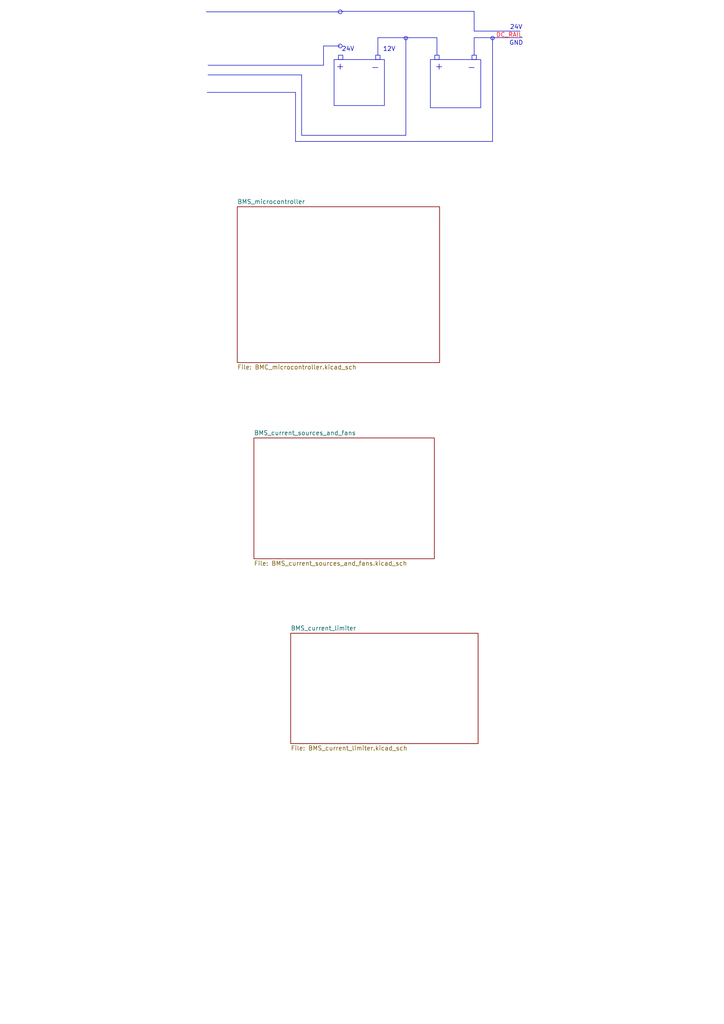
<source format=kicad_sch>
(kicad_sch
	(version 20231120)
	(generator "eeschema")
	(generator_version "8.0")
	(uuid "555ba40f-9abb-4b99-82c6-07e888fda9fd")
	(paper "A4" portrait)
	(lib_symbols)
	(polyline
		(pts
			(xy 137.541 9.017) (xy 150.876 9.017)
		)
		(stroke
			(width 0)
			(type default)
		)
		(uuid "036244c0-1450-4729-9223-f6160e799cd4")
	)
	(polyline
		(pts
			(xy 60.325 18.923) (xy 93.853 18.923)
		)
		(stroke
			(width 0)
			(type default)
		)
		(uuid "0e1d3b31-b1c9-4f96-a649-95c4fc8b3154")
	)
	(polyline
		(pts
			(xy 93.853 13.335) (xy 98.679 13.335)
		)
		(stroke
			(width 0)
			(type default)
		)
		(uuid "1986ff6f-994b-49a6-9111-b017e07c5d89")
	)
	(polyline
		(pts
			(xy 60.325 21.717) (xy 87.503 21.717)
		)
		(stroke
			(width 0)
			(type default)
		)
		(uuid "2c25c516-484a-4796-96cd-564887dae342")
	)
	(polyline
		(pts
			(xy 137.541 10.922) (xy 151.511 10.922)
		)
		(stroke
			(width 0)
			(type default)
		)
		(uuid "2d567b4d-af11-41a2-867d-82f01d27642a")
	)
	(polyline
		(pts
			(xy 109.601 16.002) (xy 109.601 10.922)
		)
		(stroke
			(width 0)
			(type default)
		)
		(uuid "323a1a9b-414a-4562-9302-4f261c452f62")
	)
	(polyline
		(pts
			(xy 142.875 11.049) (xy 142.875 41.021)
		)
		(stroke
			(width 0)
			(type default)
		)
		(uuid "32f6ec70-4b03-414d-a9b7-06b717ab1247")
	)
	(polyline
		(pts
			(xy 109.601 10.922) (xy 126.746 10.922)
		)
		(stroke
			(width 0)
			(type default)
		)
		(uuid "41f1fe44-54e7-4901-814a-cab34f69f532")
	)
	(polyline
		(pts
			(xy 117.729 11.049) (xy 117.729 39.243)
		)
		(stroke
			(width 0)
			(type default)
		)
		(uuid "42de3d3a-082a-40b4-a6f1-443bb31b64c3")
	)
	(polyline
		(pts
			(xy 137.541 16.002) (xy 137.541 10.922)
		)
		(stroke
			(width 0)
			(type default)
		)
		(uuid "46ae3541-3efe-452c-a84b-11516976ded6")
	)
	(polyline
		(pts
			(xy 137.541 3.302) (xy 137.541 9.017)
		)
		(stroke
			(width 0)
			(type default)
		)
		(uuid "4f353e70-4b91-404b-9acb-4bcab9052c9d")
	)
	(polyline
		(pts
			(xy 60.071 26.797) (xy 85.725 26.797)
		)
		(stroke
			(width 0)
			(type default)
		)
		(uuid "8a0b8c3b-4d3d-413b-9562-0b4dabcca899")
	)
	(polyline
		(pts
			(xy 87.503 21.717) (xy 87.503 39.243)
		)
		(stroke
			(width 0)
			(type default)
		)
		(uuid "a7515827-1a63-45b1-b25b-c6645d0705fb")
	)
	(polyline
		(pts
			(xy 85.725 41.021) (xy 142.875 41.021)
		)
		(stroke
			(width 0)
			(type default)
		)
		(uuid "b9708cdb-d4bc-4da4-9e09-8043444be99c")
	)
	(polyline
		(pts
			(xy 98.806 3.302) (xy 137.541 3.302)
		)
		(stroke
			(width 0)
			(type default)
		)
		(uuid "c1dbf9d0-41a3-4829-9e24-41a86095a1b9")
	)
	(polyline
		(pts
			(xy 93.853 18.923) (xy 93.853 13.335)
		)
		(stroke
			(width 0)
			(type default)
		)
		(uuid "e986d426-5c67-4082-9b3f-873c3de0e5fc")
	)
	(polyline
		(pts
			(xy 87.503 39.243) (xy 117.729 39.243)
		)
		(stroke
			(width 0)
			(type default)
		)
		(uuid "edf9b23a-b307-4816-85dd-27994268f369")
	)
	(polyline
		(pts
			(xy 59.817 3.429) (xy 98.679 3.429)
		)
		(stroke
			(width 0)
			(type default)
		)
		(uuid "f56ba620-c538-4feb-9015-43488fcbf8a9")
	)
	(polyline
		(pts
			(xy 126.746 10.922) (xy 126.746 16.002)
		)
		(stroke
			(width 0)
			(type default)
		)
		(uuid "f978ce8d-6721-4c06-823f-37976864a8e9")
	)
	(polyline
		(pts
			(xy 85.725 26.797) (xy 85.725 41.021)
		)
		(stroke
			(width 0)
			(type default)
		)
		(uuid "ff6a71f2-a656-4c46-9c34-6767b7b44841")
	)
	(rectangle
		(start 96.901 17.272)
		(end 111.506 30.607)
		(stroke
			(width 0)
			(type default)
		)
		(fill
			(type none)
		)
		(uuid 0a3cce5a-ff48-4be9-95e5-f367f310bd0a)
	)
	(circle
		(center 98.679 3.429)
		(radius 0.568)
		(stroke
			(width 0)
			(type default)
		)
		(fill
			(type color)
			(color 0 0 0 0)
		)
		(uuid 285244c2-569a-40a1-b774-4a65ec65e2e2)
	)
	(rectangle
		(start 136.906 16.002)
		(end 138.176 17.272)
		(stroke
			(width 0)
			(type default)
		)
		(fill
			(type none)
		)
		(uuid 2c20b3d8-dd7d-4c1d-a850-eead89811d97)
	)
	(circle
		(center 117.729 11.049)
		(radius 0.508)
		(stroke
			(width 0)
			(type default)
		)
		(fill
			(type color)
			(color 0 0 0 0)
		)
		(uuid 51ad0023-33c2-45f4-aeec-58a39fdfc2c0)
	)
	(rectangle
		(start 98.171 16.002)
		(end 99.441 17.272)
		(stroke
			(width 0)
			(type default)
		)
		(fill
			(type none)
		)
		(uuid 5fd2886c-5575-4abb-a277-f74495463e09)
	)
	(rectangle
		(start 126.111 16.002)
		(end 127.381 17.272)
		(stroke
			(width 0)
			(type default)
		)
		(fill
			(type none)
		)
		(uuid 7dcd2bd4-6288-4a8d-8d4f-37bef0c6d930)
	)
	(rectangle
		(start 124.841 17.272)
		(end 139.446 31.242)
		(stroke
			(width 0)
			(type default)
		)
		(fill
			(type none)
		)
		(uuid 82b0cf90-8614-4ce0-aa8b-b0c1443a133c)
	)
	(rectangle
		(start 108.966 16.002)
		(end 110.236 17.272)
		(stroke
			(width 0)
			(type default)
		)
		(fill
			(type none)
		)
		(uuid 931660a4-16ba-4f61-9c4b-85c0a292ca06)
	)
	(circle
		(center 98.679 13.335)
		(radius 0.568)
		(stroke
			(width 0)
			(type default)
		)
		(fill
			(type color)
			(color 0 0 0 0)
		)
		(uuid 98e6eb8b-13e7-4625-8572-83a6c03f8583)
	)
	(circle
		(center 142.875 11.049)
		(radius 0.508)
		(stroke
			(width 0)
			(type default)
		)
		(fill
			(type color)
			(color 0 0 0 0)
		)
		(uuid a072c202-9af7-4613-9644-32294692a847)
	)
	(text "-"
		(exclude_from_sim no)
		(at 136.779 19.685 0)
		(effects
			(font
				(size 2 2)
			)
		)
		(uuid "0e0ca85b-cf52-4273-8ae5-ad306712e2b1")
	)
	(text "+"
		(exclude_from_sim no)
		(at 127.381 19.431 0)
		(effects
			(font
				(size 2 2)
			)
		)
		(uuid "1bbbe571-f865-4932-a0ba-44734b278eb7")
	)
	(text "24V"
		(exclude_from_sim no)
		(at 100.965 14.351 0)
		(effects
			(font
				(size 1.27 1.27)
			)
		)
		(uuid "817f52e6-53c7-4000-8949-62d29a4f6f57")
	)
	(text "+"
		(exclude_from_sim no)
		(at 98.679 19.431 0)
		(effects
			(font
				(size 2 2)
			)
		)
		(uuid "9eafe8d9-1dd8-4c2a-b512-eec8ffdf13f1")
	)
	(text "DC_RAIL"
		(exclude_from_sim no)
		(at 147.701 10.287 0)
		(effects
			(font
				(size 1.27 1.27)
				(color 255 10 23 1)
			)
		)
		(uuid "ac8f8fde-390d-4b1e-bb4a-eae9d8300bd3")
	)
	(text "12V"
		(exclude_from_sim no)
		(at 112.903 14.351 0)
		(effects
			(font
				(size 1.27 1.27)
			)
		)
		(uuid "c70bb36e-eda4-403e-91bb-502399161be8")
	)
	(text "24V"
		(exclude_from_sim no)
		(at 149.733 8.001 0)
		(effects
			(font
				(size 1.27 1.27)
			)
		)
		(uuid "d156d068-6b31-4e73-80db-459b6ca68800")
	)
	(text "-"
		(exclude_from_sim no)
		(at 108.839 19.685 0)
		(effects
			(font
				(size 2 2)
			)
		)
		(uuid "f085b7d3-c905-4218-aef5-b92f9b4a7938")
	)
	(text "GND"
		(exclude_from_sim no)
		(at 149.733 12.573 0)
		(effects
			(font
				(size 1.27 1.27)
			)
		)
		(uuid "ff3a808b-e89f-4f63-a2dd-0ba27d3d71f4")
	)
	(sheet
		(at 68.834 59.944)
		(size 58.674 45.212)
		(fields_autoplaced yes)
		(stroke
			(width 0.1524)
			(type solid)
		)
		(fill
			(color 0 0 0 0.0000)
		)
		(uuid "3b90ff07-e5cb-404b-939d-de320e975ba1")
		(property "Sheetname" "BMS_microcontroller"
			(at 68.834 59.2324 0)
			(effects
				(font
					(size 1.27 1.27)
				)
				(justify left bottom)
			)
		)
		(property "Sheetfile" "BMC_microcontroller.kicad_sch"
			(at 68.834 105.7406 0)
			(effects
				(font
					(size 1.27 1.27)
				)
				(justify left top)
			)
		)
		(instances
			(project "Balancer+ESP"
				(path "/555ba40f-9abb-4b99-82c6-07e888fda9fd"
					(page "5")
				)
			)
		)
	)
	(sheet
		(at 73.66 127)
		(size 52.324 35.052)
		(fields_autoplaced yes)
		(stroke
			(width 0.1524)
			(type solid)
		)
		(fill
			(color 0 0 0 0.0000)
		)
		(uuid "918b88dd-8c9a-4153-9aaf-3fa336d7bf39")
		(property "Sheetname" "BMS_current_sources_and_fans"
			(at 73.66 126.2884 0)
			(effects
				(font
					(size 1.27 1.27)
				)
				(justify left bottom)
			)
		)
		(property "Sheetfile" "BMS_current_sources_and_fans.kicad_sch"
			(at 73.66 162.6366 0)
			(effects
				(font
					(size 1.27 1.27)
				)
				(justify left top)
			)
		)
		(instances
			(project "Balancer+ESP"
				(path "/555ba40f-9abb-4b99-82c6-07e888fda9fd"
					(page "4")
				)
			)
		)
	)
	(sheet
		(at 84.328 183.642)
		(size 54.356 32.004)
		(fields_autoplaced yes)
		(stroke
			(width 0.1524)
			(type solid)
		)
		(fill
			(color 0 0 0 0.0000)
		)
		(uuid "f65ef685-3e95-4f8a-97fe-0688761539e6")
		(property "Sheetname" "BMS_current_limiter"
			(at 84.328 182.9304 0)
			(effects
				(font
					(size 1.27 1.27)
				)
				(justify left bottom)
			)
		)
		(property "Sheetfile" "BMS_current_limiter.kicad_sch"
			(at 84.328 216.2306 0)
			(effects
				(font
					(size 1.27 1.27)
				)
				(justify left top)
			)
		)
		(instances
			(project "Balancer+ESP"
				(path "/555ba40f-9abb-4b99-82c6-07e888fda9fd"
					(page "2")
				)
			)
		)
	)
	(sheet_instances
		(path "/"
			(page "1")
		)
	)
)
</source>
